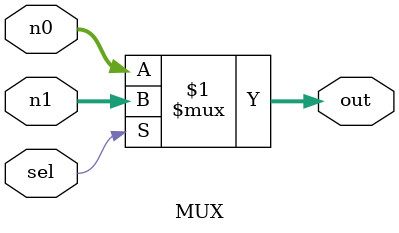
<source format=v>
`timescale 1ns / 1ps

module MUX(
input sel,
input [31:0] n0, n1,
output [31:0] out
    );

assign out = sel? n1:n0;

endmodule

</source>
